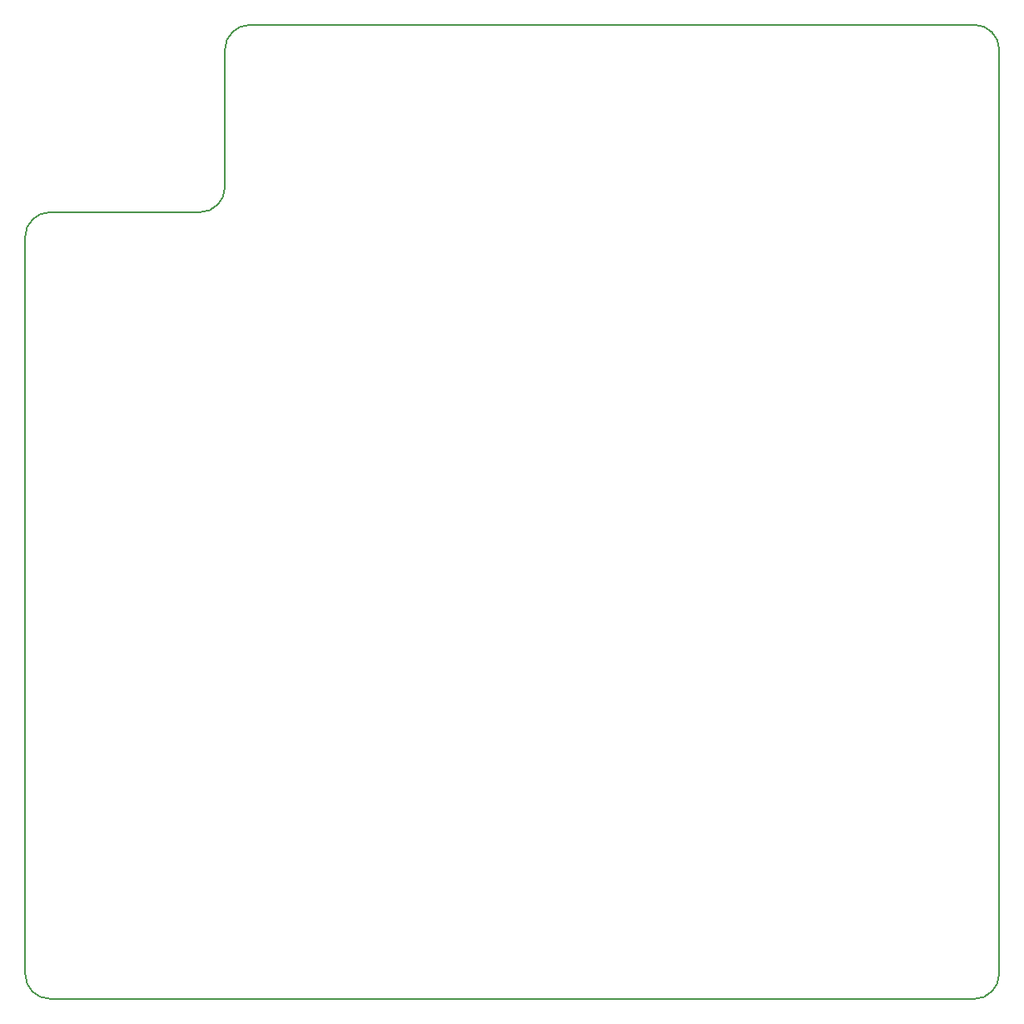
<source format=gm1>
G04 #@! TF.FileFunction,Profile,NP*
%FSLAX46Y46*%
G04 Gerber Fmt 4.6, Leading zero omitted, Abs format (unit mm)*
G04 Created by KiCad (PCBNEW 4.0.4-stable) date 01/08/18 17:18:11*
%MOMM*%
%LPD*%
G01*
G04 APERTURE LIST*
%ADD10C,0.250000*%
%ADD11C,0.150000*%
G04 APERTURE END LIST*
D10*
D11*
X93980000Y-66040000D02*
X93980000Y-80010000D01*
X172720000Y-160020000D02*
X172720000Y-66040000D01*
X73660000Y-85090000D02*
X73660000Y-160020000D01*
X170180000Y-63500000D02*
X96520000Y-63500000D01*
X76200000Y-82550000D02*
G75*
G03X73660000Y-85090000I0J-2540000D01*
G01*
X91440000Y-82550000D02*
G75*
G03X93980000Y-80010000I0J2540000D01*
G01*
X91440000Y-82550000D02*
X76200000Y-82550000D01*
X76200000Y-162560000D02*
X170180000Y-162560000D01*
X170180000Y-162560000D02*
G75*
G03X172720000Y-160020000I0J2540000D01*
G01*
X73660000Y-160020000D02*
G75*
G03X76200000Y-162560000I2540000J0D01*
G01*
X96520000Y-63500000D02*
G75*
G03X93980000Y-66040000I0J-2540000D01*
G01*
X172720000Y-66040000D02*
G75*
G03X170180000Y-63500000I-2540000J0D01*
G01*
M02*

</source>
